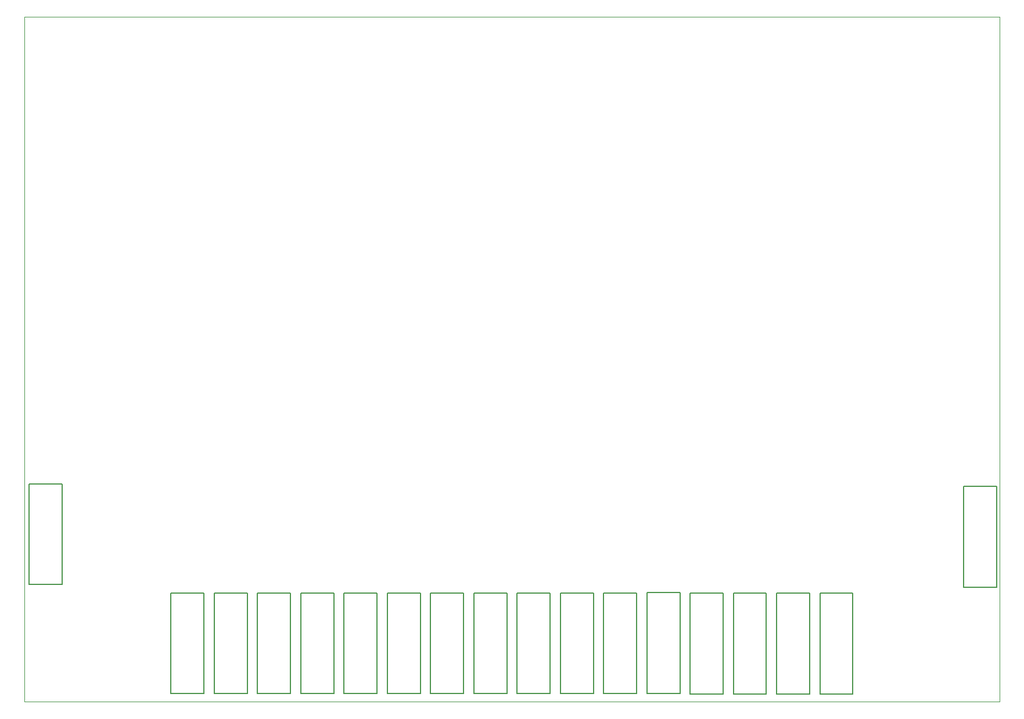
<source format=gbr>
G04 #@! TF.GenerationSoftware,KiCad,Pcbnew,(6.0.5)*
G04 #@! TF.CreationDate,2022-06-05T13:27:19-04:00*
G04 #@! TF.ProjectId,PB_16,50425f31-362e-46b6-9963-61645f706362,v2.2*
G04 #@! TF.SameCoordinates,Original*
G04 #@! TF.FileFunction,Other,ECO2*
%FSLAX46Y46*%
G04 Gerber Fmt 4.6, Leading zero omitted, Abs format (unit mm)*
G04 Created by KiCad (PCBNEW (6.0.5)) date 2022-06-05 13:27:19*
%MOMM*%
%LPD*%
G01*
G04 APERTURE LIST*
G04 #@! TA.AperFunction,Profile*
%ADD10C,0.050000*%
G04 #@! TD*
%ADD11C,0.127000*%
G04 APERTURE END LIST*
D10*
X214228800Y-152889360D02*
X214228800Y-52996240D01*
X72128800Y-52996240D02*
X72128800Y-152889360D01*
X214228800Y-52996240D02*
X72128800Y-52996240D01*
X214228800Y-152889360D02*
X72128800Y-152889360D01*
D11*
X209026000Y-121502600D02*
X213826000Y-121502600D01*
X213826000Y-136202600D02*
X209026000Y-136202600D01*
X209026000Y-136202600D02*
X209026000Y-121502600D01*
X213826000Y-121502600D02*
X213826000Y-136202600D01*
X72778800Y-121102600D02*
X77578800Y-121102600D01*
X77578800Y-135802600D02*
X72778800Y-135802600D01*
X72778800Y-135802600D02*
X72778800Y-121102600D01*
X77578800Y-121102600D02*
X77578800Y-135802600D01*
X188078800Y-137063600D02*
X192878800Y-137063600D01*
X192878800Y-151763600D02*
X188078800Y-151763600D01*
X188078800Y-151763600D02*
X188078800Y-137063600D01*
X192878800Y-137063600D02*
X192878800Y-151763600D01*
X181772124Y-137063600D02*
X186572124Y-137063600D01*
X186572124Y-151763600D02*
X181772124Y-151763600D01*
X181772124Y-151763600D02*
X181772124Y-137063600D01*
X186572124Y-137063600D02*
X186572124Y-151763600D01*
X175465458Y-137063600D02*
X180265458Y-137063600D01*
X180265458Y-151763600D02*
X175465458Y-151763600D01*
X175465458Y-151763600D02*
X175465458Y-137063600D01*
X180265458Y-137063600D02*
X180265458Y-151763600D01*
X169158792Y-137063600D02*
X173958792Y-137063600D01*
X173958792Y-151763600D02*
X169158792Y-151763600D01*
X169158792Y-151763600D02*
X169158792Y-137063600D01*
X173958792Y-137063600D02*
X173958792Y-151763600D01*
X162852126Y-136994800D02*
X167652126Y-136994800D01*
X167652126Y-151694800D02*
X162852126Y-151694800D01*
X162852126Y-151694800D02*
X162852126Y-136994800D01*
X167652126Y-136994800D02*
X167652126Y-151694800D01*
X156545460Y-136998600D02*
X161345460Y-136998600D01*
X161345460Y-151698600D02*
X156545460Y-151698600D01*
X156545460Y-151698600D02*
X156545460Y-136998600D01*
X161345460Y-136998600D02*
X161345460Y-151698600D01*
X150238794Y-136998600D02*
X155038794Y-136998600D01*
X155038794Y-151698600D02*
X150238794Y-151698600D01*
X150238794Y-151698600D02*
X150238794Y-136998600D01*
X155038794Y-136998600D02*
X155038794Y-151698600D01*
X143932128Y-136998600D02*
X148732128Y-136998600D01*
X148732128Y-151698600D02*
X143932128Y-151698600D01*
X143932128Y-151698600D02*
X143932128Y-136998600D01*
X148732128Y-136998600D02*
X148732128Y-151698600D01*
X137625462Y-136998600D02*
X142425462Y-136998600D01*
X142425462Y-151698600D02*
X137625462Y-151698600D01*
X137625462Y-151698600D02*
X137625462Y-136998600D01*
X142425462Y-136998600D02*
X142425462Y-151698600D01*
X131318796Y-136998600D02*
X136118796Y-136998600D01*
X136118796Y-151698600D02*
X131318796Y-151698600D01*
X131318796Y-151698600D02*
X131318796Y-136998600D01*
X136118796Y-136998600D02*
X136118796Y-151698600D01*
X125012130Y-136998600D02*
X129812130Y-136998600D01*
X129812130Y-151698600D02*
X125012130Y-151698600D01*
X125012130Y-151698600D02*
X125012130Y-136998600D01*
X129812130Y-136998600D02*
X129812130Y-151698600D01*
X118705464Y-136998600D02*
X123505464Y-136998600D01*
X123505464Y-151698600D02*
X118705464Y-151698600D01*
X118705464Y-151698600D02*
X118705464Y-136998600D01*
X123505464Y-136998600D02*
X123505464Y-151698600D01*
X112398798Y-137003600D02*
X117198798Y-137003600D01*
X117198798Y-151703600D02*
X112398798Y-151703600D01*
X112398798Y-151703600D02*
X112398798Y-137003600D01*
X117198798Y-137003600D02*
X117198798Y-151703600D01*
X106092132Y-137003600D02*
X110892132Y-137003600D01*
X110892132Y-151703600D02*
X106092132Y-151703600D01*
X106092132Y-151703600D02*
X106092132Y-137003600D01*
X110892132Y-137003600D02*
X110892132Y-151703600D01*
X99785466Y-137002600D02*
X104585466Y-137002600D01*
X104585466Y-151702600D02*
X99785466Y-151702600D01*
X99785466Y-151702600D02*
X99785466Y-137002600D01*
X104585466Y-137002600D02*
X104585466Y-151702600D01*
X93478800Y-137002600D02*
X98278800Y-137002600D01*
X98278800Y-151702600D02*
X93478800Y-151702600D01*
X93478800Y-151702600D02*
X93478800Y-137002600D01*
X98278800Y-137002600D02*
X98278800Y-151702600D01*
M02*

</source>
